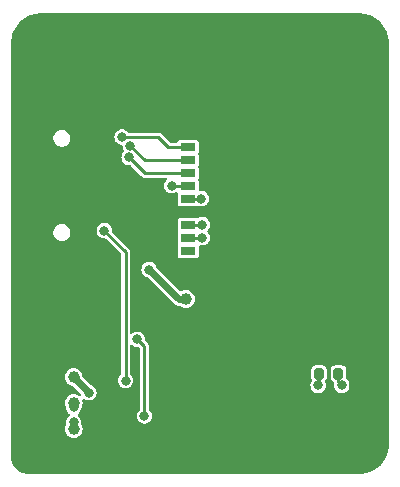
<source format=gbl>
G04 #@! TF.GenerationSoftware,KiCad,Pcbnew,7.0.7-7.0.7~ubuntu20.04.1*
G04 #@! TF.CreationDate,2024-03-24T22:46:20+02:00*
G04 #@! TF.ProjectId,rtl-module-breakout,72746c2d-6d6f-4647-956c-652d62726561,rev?*
G04 #@! TF.SameCoordinates,Original*
G04 #@! TF.FileFunction,Copper,L2,Bot*
G04 #@! TF.FilePolarity,Positive*
%FSLAX46Y46*%
G04 Gerber Fmt 4.6, Leading zero omitted, Abs format (unit mm)*
G04 Created by KiCad (PCBNEW 7.0.7-7.0.7~ubuntu20.04.1) date 2024-03-24 22:46:20*
%MOMM*%
%LPD*%
G01*
G04 APERTURE LIST*
G04 Aperture macros list*
%AMRoundRect*
0 Rectangle with rounded corners*
0 $1 Rounding radius*
0 $2 $3 $4 $5 $6 $7 $8 $9 X,Y pos of 4 corners*
0 Add a 4 corners polygon primitive as box body*
4,1,4,$2,$3,$4,$5,$6,$7,$8,$9,$2,$3,0*
0 Add four circle primitives for the rounded corners*
1,1,$1+$1,$2,$3*
1,1,$1+$1,$4,$5*
1,1,$1+$1,$6,$7*
1,1,$1+$1,$8,$9*
0 Add four rect primitives between the rounded corners*
20,1,$1+$1,$2,$3,$4,$5,0*
20,1,$1+$1,$4,$5,$6,$7,0*
20,1,$1+$1,$6,$7,$8,$9,0*
20,1,$1+$1,$8,$9,$2,$3,0*%
G04 Aperture macros list end*
G04 #@! TA.AperFunction,ComponentPad*
%ADD10C,0.700000*%
G04 #@! TD*
G04 #@! TA.AperFunction,ComponentPad*
%ADD11C,4.400000*%
G04 #@! TD*
G04 #@! TA.AperFunction,SMDPad,CuDef*
%ADD12R,1.300000X0.700000*%
G04 #@! TD*
G04 #@! TA.AperFunction,SMDPad,CuDef*
%ADD13R,2.438400X1.447800*%
G04 #@! TD*
G04 #@! TA.AperFunction,SMDPad,CuDef*
%ADD14R,1.651000X1.447800*%
G04 #@! TD*
G04 #@! TA.AperFunction,SMDPad,CuDef*
%ADD15R,1.651000X1.854200*%
G04 #@! TD*
G04 #@! TA.AperFunction,SMDPad,CuDef*
%ADD16C,1.000000*%
G04 #@! TD*
G04 #@! TA.AperFunction,SMDPad,CuDef*
%ADD17RoundRect,0.200000X-0.200000X-0.275000X0.200000X-0.275000X0.200000X0.275000X-0.200000X0.275000X0*%
G04 #@! TD*
G04 #@! TA.AperFunction,ViaPad*
%ADD18C,0.800000*%
G04 #@! TD*
G04 #@! TA.AperFunction,Conductor*
%ADD19C,0.250000*%
G04 #@! TD*
G04 #@! TA.AperFunction,Conductor*
%ADD20C,0.600000*%
G04 #@! TD*
G04 APERTURE END LIST*
D10*
G04 #@! TO.P,H3,1,1*
G04 #@! TO.N,GND*
X162850000Y-66500000D03*
X163333274Y-65333274D03*
X163333274Y-67666726D03*
X164500000Y-64850000D03*
D11*
X164500000Y-66500000D03*
D10*
X164500000Y-68150000D03*
X165666726Y-65333274D03*
X165666726Y-67666726D03*
X166150000Y-66500000D03*
G04 #@! TD*
G04 #@! TO.P,H1,1,1*
G04 #@! TO.N,GND*
X189850000Y-100500000D03*
X190333274Y-99333274D03*
X190333274Y-101666726D03*
X191500000Y-98850000D03*
D11*
X191500000Y-100500000D03*
D10*
X191500000Y-102150000D03*
X192666726Y-99333274D03*
X192666726Y-101666726D03*
X193150000Y-100500000D03*
G04 #@! TD*
G04 #@! TO.P,H2,1,1*
G04 #@! TO.N,GND*
X189850000Y-66500000D03*
X190333274Y-65333274D03*
X190333274Y-67666726D03*
X191500000Y-64850000D03*
D11*
X191500000Y-66500000D03*
D10*
X191500000Y-68150000D03*
X192666726Y-65333274D03*
X192666726Y-67666726D03*
X193150000Y-66500000D03*
G04 #@! TD*
D12*
G04 #@! TO.P,J2,1,DAT2*
G04 #@! TO.N,/SD_D2*
X177000000Y-75331400D03*
G04 #@! TO.P,J2,2,DAT3/CD*
G04 #@! TO.N,/SD_D3*
X177000000Y-76431400D03*
G04 #@! TO.P,J2,3,CMD*
G04 #@! TO.N,/SD_CMD*
X177000000Y-77531400D03*
G04 #@! TO.P,J2,4,VDD*
G04 #@! TO.N,+3V3*
X177000000Y-78631400D03*
G04 #@! TO.P,J2,5,CLK*
G04 #@! TO.N,/SD_CLK*
X177000000Y-79731400D03*
G04 #@! TO.P,J2,6,VSS*
G04 #@! TO.N,GND*
X177000000Y-80831400D03*
G04 #@! TO.P,J2,7,DAT0*
G04 #@! TO.N,/SD_D0*
X177000000Y-81931400D03*
G04 #@! TO.P,J2,8,DAT1*
G04 #@! TO.N,/SD_D1*
X177000000Y-83031400D03*
G04 #@! TO.P,J2,9,DET*
G04 #@! TO.N,unconnected-(J2-DET-Pad9)*
X177000000Y-84131400D03*
D13*
G04 #@! TO.P,J2,10,SHIELD*
G04 #@! TO.N,GND*
X166526200Y-85549800D03*
D14*
X176226200Y-85549800D03*
D15*
X176226200Y-70500000D03*
D13*
X166526200Y-69725000D03*
G04 #@! TD*
D16*
G04 #@! TO.P,TP2,1,1*
G04 #@! TO.N,+3V3*
X176800000Y-88200000D03*
G04 #@! TD*
G04 #@! TO.P,TP6,1,1*
G04 #@! TO.N,/USB_N*
X167300000Y-99200000D03*
G04 #@! TD*
G04 #@! TO.P,TP7,1,1*
G04 #@! TO.N,/USB_P*
X167300000Y-97000000D03*
G04 #@! TD*
G04 #@! TO.P,TP3,1,1*
G04 #@! TO.N,GND*
X167300000Y-101500000D03*
G04 #@! TD*
D17*
G04 #@! TO.P,R1,1*
G04 #@! TO.N,+3V3*
X188075000Y-94500000D03*
G04 #@! TO.P,R1,2*
G04 #@! TO.N,Net-(U1-PDN)*
X189725000Y-94500000D03*
G04 #@! TD*
D16*
G04 #@! TO.P,TP1,1,1*
G04 #@! TO.N,Net-(D3-A)*
X167300000Y-94800000D03*
G04 #@! TD*
D18*
G04 #@! TO.N,GND*
X182372000Y-86614000D03*
X171400000Y-101200000D03*
X182372000Y-81534000D03*
X189992000Y-81534000D03*
X189992000Y-89154000D03*
X185500000Y-101700000D03*
X183000000Y-99900000D03*
X179832000Y-81534000D03*
X165000000Y-70800000D03*
X187600000Y-68200000D03*
X184912000Y-89154000D03*
X184912000Y-84074000D03*
X162800000Y-97500000D03*
X192532000Y-81534000D03*
X170750000Y-77000000D03*
X165500000Y-80200000D03*
X184912000Y-81534000D03*
X182372000Y-78994000D03*
X166500000Y-91900000D03*
X175300000Y-93400000D03*
X173900000Y-88800000D03*
X179832000Y-84074000D03*
X174700000Y-82100000D03*
X187452000Y-89154000D03*
X182300000Y-68200000D03*
X192532000Y-84074000D03*
X173700000Y-99200000D03*
X167100000Y-69400000D03*
X172000000Y-98200000D03*
X168000000Y-89100000D03*
X182372000Y-89154000D03*
X192532000Y-78994000D03*
X187452000Y-84074000D03*
X166500000Y-90900000D03*
X189992000Y-78994000D03*
X192532000Y-89154000D03*
X187452000Y-86614000D03*
X175250000Y-92000000D03*
X172600000Y-82000000D03*
X167200000Y-85800000D03*
X192532000Y-91694000D03*
X176400000Y-70600000D03*
X182372000Y-91694000D03*
X181800000Y-95200000D03*
X179832000Y-78994000D03*
X165100000Y-99800000D03*
X178800000Y-102500000D03*
X189992000Y-84074000D03*
X179832000Y-89154000D03*
X163000000Y-92600000D03*
X176800000Y-85700000D03*
X169200000Y-85700000D03*
X164100000Y-83900000D03*
X189992000Y-91694000D03*
X189992000Y-86614000D03*
X179832000Y-91694000D03*
X187452000Y-81534000D03*
X184912000Y-86614000D03*
X179200000Y-68100000D03*
X179832000Y-86614000D03*
X182372000Y-84074000D03*
X168900000Y-81000000D03*
X184912000Y-91694000D03*
X178200000Y-80800000D03*
X184912000Y-78994000D03*
X187452000Y-91694000D03*
X187452000Y-78994000D03*
X192532000Y-86614000D03*
X173600000Y-82000000D03*
G04 #@! TO.N,+3V3*
X188000000Y-95500000D03*
X173700000Y-85700000D03*
X175600000Y-78600000D03*
G04 #@! TO.N,Net-(U3-SW)*
X172700000Y-91600000D03*
X173300000Y-98100000D03*
G04 #@! TO.N,Net-(D3-A)*
X168600000Y-96125000D03*
G04 #@! TO.N,/SD_CLK*
X178100000Y-79700000D03*
G04 #@! TO.N,/SD_D0*
X178200000Y-81900000D03*
G04 #@! TO.N,/SD_D1*
X178200000Y-83000000D03*
G04 #@! TO.N,/SD_D2*
X171400000Y-74474500D03*
G04 #@! TO.N,/SD_D3*
X172100000Y-75200000D03*
G04 #@! TO.N,/SD_CMD*
X172000000Y-76200000D03*
G04 #@! TO.N,/USB_N*
X167300000Y-98625000D03*
G04 #@! TO.N,/USB_P*
X167300000Y-97375000D03*
G04 #@! TO.N,Net-(U1-PDN)*
X190000000Y-95500000D03*
G04 #@! TO.N,Net-(U3-FB)*
X171700000Y-95100000D03*
X169900000Y-82400000D03*
G04 #@! TD*
D19*
G04 #@! TO.N,GND*
X178168600Y-80831400D02*
X178200000Y-80800000D01*
X177000000Y-80831400D02*
X178168600Y-80831400D01*
G04 #@! TO.N,+3V3*
X175600000Y-78600000D02*
X176968600Y-78600000D01*
X188075000Y-94500000D02*
X188075000Y-95425000D01*
X188075000Y-95425000D02*
X188000000Y-95500000D01*
D20*
X176800000Y-88200000D02*
X176200000Y-88200000D01*
D19*
X176968600Y-78600000D02*
X177000000Y-78631400D01*
D20*
X176200000Y-88200000D02*
X173700000Y-85700000D01*
D19*
G04 #@! TO.N,Net-(U3-SW)*
X173300000Y-92200000D02*
X172700000Y-91600000D01*
X173300000Y-98100000D02*
X173300000Y-92200000D01*
D20*
G04 #@! TO.N,Net-(D3-A)*
X167300000Y-94800000D02*
X167300000Y-94825000D01*
X167300000Y-94825000D02*
X168600000Y-96125000D01*
D19*
G04 #@! TO.N,/SD_CLK*
X177031400Y-79700000D02*
X177000000Y-79731400D01*
X178100000Y-79700000D02*
X177031400Y-79700000D01*
G04 #@! TO.N,/SD_D0*
X178200000Y-81900000D02*
X177031400Y-81900000D01*
X177031400Y-81900000D02*
X177000000Y-81931400D01*
G04 #@! TO.N,/SD_D1*
X178200000Y-83000000D02*
X177031400Y-83000000D01*
X177031400Y-83000000D02*
X177000000Y-83031400D01*
G04 #@! TO.N,/SD_D2*
X175331400Y-75331400D02*
X177000000Y-75331400D01*
X174474500Y-74474500D02*
X175331400Y-75331400D01*
X171400000Y-74474500D02*
X174474500Y-74474500D01*
G04 #@! TO.N,/SD_D3*
X172100000Y-75200000D02*
X173331400Y-76431400D01*
X173331400Y-76431400D02*
X177000000Y-76431400D01*
G04 #@! TO.N,/SD_CMD*
X173331400Y-77531400D02*
X177000000Y-77531400D01*
X172000000Y-76200000D02*
X173331400Y-77531400D01*
G04 #@! TO.N,Net-(U1-PDN)*
X189725000Y-95225000D02*
X190000000Y-95500000D01*
X189725000Y-94500000D02*
X189725000Y-95225000D01*
G04 #@! TO.N,Net-(U3-FB)*
X169900000Y-82400000D02*
X171700000Y-84200000D01*
X171700000Y-84200000D02*
X171700000Y-95100000D01*
G04 #@! TD*
G04 #@! TA.AperFunction,Conductor*
G04 #@! TO.N,GND*
G36*
X191501867Y-64000613D02*
G01*
X191518189Y-64001600D01*
X191598917Y-64006483D01*
X191806399Y-64020082D01*
X191813502Y-64020963D01*
X191949227Y-64045836D01*
X192115664Y-64078942D01*
X192121961Y-64080544D01*
X192252376Y-64121183D01*
X192261157Y-64123920D01*
X192415039Y-64176155D01*
X192420539Y-64178321D01*
X192556505Y-64239514D01*
X192699853Y-64310206D01*
X192704493Y-64312747D01*
X192832387Y-64390062D01*
X192834758Y-64391570D01*
X192965590Y-64478990D01*
X192969382Y-64481736D01*
X193087552Y-64574316D01*
X193090196Y-64576508D01*
X193208075Y-64679885D01*
X193211037Y-64682659D01*
X193317339Y-64788961D01*
X193320113Y-64791923D01*
X193423490Y-64909802D01*
X193425682Y-64912446D01*
X193518262Y-65030616D01*
X193521008Y-65034408D01*
X193608428Y-65165240D01*
X193609936Y-65167611D01*
X193687251Y-65295505D01*
X193689799Y-65300160D01*
X193760491Y-65443507D01*
X193821675Y-65579454D01*
X193823848Y-65584973D01*
X193876079Y-65738842D01*
X193919446Y-65878008D01*
X193921063Y-65884362D01*
X193954167Y-66050791D01*
X193979033Y-66186486D01*
X193979917Y-66193612D01*
X193993517Y-66401100D01*
X193999387Y-66498134D01*
X193999500Y-66501879D01*
X193999500Y-100498120D01*
X193999387Y-100501865D01*
X193993517Y-100598899D01*
X193979917Y-100806386D01*
X193979033Y-100813512D01*
X193954167Y-100949208D01*
X193921063Y-101115636D01*
X193919446Y-101121990D01*
X193876079Y-101261157D01*
X193823848Y-101415025D01*
X193821675Y-101420544D01*
X193760491Y-101556492D01*
X193689799Y-101699838D01*
X193687251Y-101704493D01*
X193609936Y-101832387D01*
X193608428Y-101834758D01*
X193521008Y-101965590D01*
X193518262Y-101969382D01*
X193425682Y-102087552D01*
X193423490Y-102090196D01*
X193320113Y-102208075D01*
X193317339Y-102211037D01*
X193211037Y-102317339D01*
X193208075Y-102320113D01*
X193090196Y-102423490D01*
X193087552Y-102425682D01*
X192969382Y-102518262D01*
X192965590Y-102521008D01*
X192834758Y-102608428D01*
X192832387Y-102609936D01*
X192704493Y-102687251D01*
X192699838Y-102689799D01*
X192556492Y-102760491D01*
X192420544Y-102821675D01*
X192415025Y-102823848D01*
X192261157Y-102876079D01*
X192121990Y-102919446D01*
X192115636Y-102921063D01*
X191949208Y-102954167D01*
X191813512Y-102979033D01*
X191806386Y-102979917D01*
X191598899Y-102993517D01*
X191501866Y-102999387D01*
X191498121Y-102999500D01*
X163502214Y-102999500D01*
X163497791Y-102999342D01*
X163469525Y-102997320D01*
X163430331Y-102994517D01*
X163283366Y-102982950D01*
X163275043Y-102981723D01*
X163180244Y-102961101D01*
X163063781Y-102933140D01*
X163056582Y-102930942D01*
X162960260Y-102895016D01*
X162854141Y-102851059D01*
X162848151Y-102848193D01*
X162757076Y-102798463D01*
X162754393Y-102796910D01*
X162694963Y-102760491D01*
X162659106Y-102738517D01*
X162654349Y-102735289D01*
X162630228Y-102717232D01*
X162570567Y-102672570D01*
X162567471Y-102670094D01*
X162483061Y-102598001D01*
X162479485Y-102594695D01*
X162405303Y-102520513D01*
X162401997Y-102516937D01*
X162373339Y-102483383D01*
X162329898Y-102432520D01*
X162327435Y-102429440D01*
X162264705Y-102345643D01*
X162261488Y-102340903D01*
X162203073Y-102245580D01*
X162201535Y-102242922D01*
X162182507Y-102208075D01*
X162151805Y-102151847D01*
X162148939Y-102145856D01*
X162137368Y-102117922D01*
X162104983Y-102039737D01*
X162069051Y-101943401D01*
X162066860Y-101936225D01*
X162038899Y-101819760D01*
X162018274Y-101724947D01*
X162017049Y-101716644D01*
X162005489Y-101569755D01*
X162000657Y-101502207D01*
X162000500Y-101497787D01*
X162000500Y-99200002D01*
X166544751Y-99200002D01*
X166563685Y-99368056D01*
X166619545Y-99527694D01*
X166619547Y-99527697D01*
X166709518Y-99670884D01*
X166709523Y-99670890D01*
X166829109Y-99790476D01*
X166829115Y-99790481D01*
X166972302Y-99880452D01*
X166972305Y-99880454D01*
X166972309Y-99880455D01*
X166972310Y-99880456D01*
X167044913Y-99905860D01*
X167131943Y-99936314D01*
X167299997Y-99955249D01*
X167300000Y-99955249D01*
X167300003Y-99955249D01*
X167468056Y-99936314D01*
X167468059Y-99936313D01*
X167627690Y-99880456D01*
X167627692Y-99880454D01*
X167627694Y-99880454D01*
X167627697Y-99880452D01*
X167770884Y-99790481D01*
X167770885Y-99790480D01*
X167770890Y-99790477D01*
X167890477Y-99670890D01*
X167980452Y-99527697D01*
X167980454Y-99527694D01*
X167980454Y-99527692D01*
X167980456Y-99527690D01*
X168036313Y-99368059D01*
X168036313Y-99368058D01*
X168036314Y-99368056D01*
X168055249Y-99200002D01*
X168055249Y-99199997D01*
X168036313Y-99031942D01*
X167980457Y-98872312D01*
X167980456Y-98872310D01*
X167957593Y-98835924D01*
X167938593Y-98768691D01*
X167939489Y-98755033D01*
X167955278Y-98625000D01*
X167936237Y-98468182D01*
X167880220Y-98320477D01*
X167790483Y-98190470D01*
X167790482Y-98190468D01*
X167680253Y-98092816D01*
X167643126Y-98033627D01*
X167643892Y-97963761D01*
X167680253Y-97907184D01*
X167790482Y-97809531D01*
X167790483Y-97809530D01*
X167880220Y-97679523D01*
X167936237Y-97531818D01*
X167953024Y-97393559D01*
X167971126Y-97342537D01*
X167980456Y-97327690D01*
X168013970Y-97231911D01*
X168036313Y-97168061D01*
X168036313Y-97168059D01*
X168055249Y-97000002D01*
X168055249Y-96999997D01*
X168036313Y-96831942D01*
X168022642Y-96792870D01*
X168019081Y-96723091D01*
X168053810Y-96662464D01*
X168115803Y-96630237D01*
X168185379Y-96636643D01*
X168221910Y-96659100D01*
X168225707Y-96662464D01*
X168227762Y-96664285D01*
X168367634Y-96737696D01*
X168521014Y-96775500D01*
X168521015Y-96775500D01*
X168678985Y-96775500D01*
X168832365Y-96737696D01*
X168860192Y-96723091D01*
X168972240Y-96664283D01*
X169090483Y-96559530D01*
X169180220Y-96429523D01*
X169236237Y-96281818D01*
X169255278Y-96125000D01*
X169236237Y-95968182D01*
X169180220Y-95820477D01*
X169090483Y-95690470D01*
X168972240Y-95585717D01*
X168972238Y-95585716D01*
X168972237Y-95585715D01*
X168832367Y-95512304D01*
X168777626Y-95498812D01*
X168719621Y-95466096D01*
X168086149Y-94832624D01*
X168052664Y-94771301D01*
X168050610Y-94758826D01*
X168036314Y-94631944D01*
X167980454Y-94472305D01*
X167980452Y-94472302D01*
X167890481Y-94329115D01*
X167890476Y-94329109D01*
X167770890Y-94209523D01*
X167770884Y-94209518D01*
X167627697Y-94119547D01*
X167627694Y-94119545D01*
X167468056Y-94063685D01*
X167300003Y-94044751D01*
X167299997Y-94044751D01*
X167131943Y-94063685D01*
X166972305Y-94119545D01*
X166972302Y-94119547D01*
X166829115Y-94209518D01*
X166829109Y-94209523D01*
X166709523Y-94329109D01*
X166709518Y-94329115D01*
X166619547Y-94472302D01*
X166619545Y-94472305D01*
X166563685Y-94631943D01*
X166544751Y-94799997D01*
X166544751Y-94800002D01*
X166563685Y-94968056D01*
X166619545Y-95127694D01*
X166619547Y-95127697D01*
X166709518Y-95270884D01*
X166709523Y-95270890D01*
X166829109Y-95390476D01*
X166829115Y-95390481D01*
X166972302Y-95480452D01*
X166972308Y-95480455D01*
X166972310Y-95480456D01*
X167131941Y-95536313D01*
X167202478Y-95544260D01*
X167266889Y-95571325D01*
X167276274Y-95579799D01*
X167894354Y-96197879D01*
X167927839Y-96259202D01*
X167922855Y-96328894D01*
X167880983Y-96384827D01*
X167815519Y-96409244D01*
X167747246Y-96394392D01*
X167740701Y-96390553D01*
X167627697Y-96319547D01*
X167627694Y-96319545D01*
X167468056Y-96263685D01*
X167300003Y-96244751D01*
X167299997Y-96244751D01*
X167131943Y-96263685D01*
X166972305Y-96319545D01*
X166972302Y-96319547D01*
X166829115Y-96409518D01*
X166829109Y-96409523D01*
X166709523Y-96529109D01*
X166709518Y-96529115D01*
X166619547Y-96672302D01*
X166619545Y-96672305D01*
X166563685Y-96831943D01*
X166544751Y-96999997D01*
X166544751Y-97000002D01*
X166563685Y-97168056D01*
X166619544Y-97327691D01*
X166628874Y-97342539D01*
X166646975Y-97393563D01*
X166663763Y-97531819D01*
X166719780Y-97679523D01*
X166719781Y-97679524D01*
X166809516Y-97809529D01*
X166919747Y-97907184D01*
X166956874Y-97966374D01*
X166956106Y-98036239D01*
X166919747Y-98092816D01*
X166809516Y-98190470D01*
X166719781Y-98320475D01*
X166719780Y-98320476D01*
X166663762Y-98468181D01*
X166644722Y-98624999D01*
X166644721Y-98625000D01*
X166660507Y-98755008D01*
X166649046Y-98823931D01*
X166642406Y-98835924D01*
X166619544Y-98872308D01*
X166563685Y-99031943D01*
X166544751Y-99199997D01*
X166544751Y-99200002D01*
X162000500Y-99200002D01*
X162000500Y-82650055D01*
X165595101Y-82650055D01*
X165635809Y-82815221D01*
X165635810Y-82815224D01*
X165635811Y-82815225D01*
X165714866Y-82965851D01*
X165827671Y-83093182D01*
X165967671Y-83189817D01*
X166054449Y-83222727D01*
X166126724Y-83250138D01*
X166126726Y-83250138D01*
X166126728Y-83250139D01*
X166168894Y-83255259D01*
X166253226Y-83265499D01*
X166253228Y-83265499D01*
X166337974Y-83265499D01*
X166401222Y-83257819D01*
X166464472Y-83250139D01*
X166623529Y-83189817D01*
X166763529Y-83093182D01*
X166876334Y-82965851D01*
X166955389Y-82815225D01*
X166996099Y-82650056D01*
X166996099Y-82479944D01*
X166976395Y-82400000D01*
X169244722Y-82400000D01*
X169263762Y-82556818D01*
X169316349Y-82695476D01*
X169319780Y-82704523D01*
X169409517Y-82834530D01*
X169527760Y-82939283D01*
X169527762Y-82939284D01*
X169667634Y-83012696D01*
X169821014Y-83050500D01*
X169968101Y-83050500D01*
X170035140Y-83070185D01*
X170055782Y-83086819D01*
X171288181Y-84319218D01*
X171321666Y-84380541D01*
X171324500Y-84406899D01*
X171324500Y-94507796D01*
X171304815Y-94574835D01*
X171282727Y-94600611D01*
X171209518Y-94665468D01*
X171119781Y-94795475D01*
X171119780Y-94795476D01*
X171063762Y-94943181D01*
X171044722Y-95099999D01*
X171044722Y-95100000D01*
X171063762Y-95256818D01*
X171119779Y-95404523D01*
X171119780Y-95404523D01*
X171209517Y-95534530D01*
X171327760Y-95639283D01*
X171327762Y-95639284D01*
X171467634Y-95712696D01*
X171621014Y-95750500D01*
X171621015Y-95750500D01*
X171778985Y-95750500D01*
X171932365Y-95712696D01*
X171932365Y-95712695D01*
X172072240Y-95639283D01*
X172190483Y-95534530D01*
X172280220Y-95404523D01*
X172336237Y-95256818D01*
X172355278Y-95100000D01*
X172351086Y-95065471D01*
X172336237Y-94943181D01*
X172306572Y-94864962D01*
X172280220Y-94795477D01*
X172190483Y-94665470D01*
X172152640Y-94631944D01*
X172117273Y-94600611D01*
X172080146Y-94541422D01*
X172075500Y-94507796D01*
X172075500Y-92191317D01*
X172095185Y-92124278D01*
X172147989Y-92078523D01*
X172217147Y-92068579D01*
X172280703Y-92097604D01*
X172281649Y-92098433D01*
X172310823Y-92124278D01*
X172327762Y-92139285D01*
X172467634Y-92212696D01*
X172621014Y-92250500D01*
X172768100Y-92250500D01*
X172835139Y-92270185D01*
X172855780Y-92286817D01*
X172888180Y-92319216D01*
X172921666Y-92380539D01*
X172924500Y-92406899D01*
X172924500Y-97507796D01*
X172904815Y-97574835D01*
X172882727Y-97600611D01*
X172809518Y-97665468D01*
X172719781Y-97795475D01*
X172719780Y-97795476D01*
X172663762Y-97943181D01*
X172644722Y-98099999D01*
X172644722Y-98100000D01*
X172663762Y-98256818D01*
X172719779Y-98404522D01*
X172719780Y-98404523D01*
X172809517Y-98534530D01*
X172927760Y-98639283D01*
X172927762Y-98639284D01*
X173067634Y-98712696D01*
X173221014Y-98750500D01*
X173221015Y-98750500D01*
X173378985Y-98750500D01*
X173532365Y-98712696D01*
X173532365Y-98712695D01*
X173672240Y-98639283D01*
X173790483Y-98534530D01*
X173880220Y-98404523D01*
X173936237Y-98256818D01*
X173955278Y-98100000D01*
X173936237Y-97943182D01*
X173880220Y-97795477D01*
X173790483Y-97665470D01*
X173790481Y-97665468D01*
X173717273Y-97600611D01*
X173680146Y-97541422D01*
X173675500Y-97507796D01*
X173675500Y-95500000D01*
X187344722Y-95500000D01*
X187363762Y-95656818D01*
X187419779Y-95804522D01*
X187419780Y-95804523D01*
X187509517Y-95934530D01*
X187627760Y-96039283D01*
X187627762Y-96039284D01*
X187767634Y-96112696D01*
X187921014Y-96150500D01*
X187921015Y-96150500D01*
X188078985Y-96150500D01*
X188232365Y-96112696D01*
X188232364Y-96112696D01*
X188372240Y-96039283D01*
X188490483Y-95934530D01*
X188580220Y-95804523D01*
X188636237Y-95656818D01*
X188655278Y-95500000D01*
X188652904Y-95480452D01*
X188636237Y-95343182D01*
X188632613Y-95333626D01*
X188585305Y-95208886D01*
X188579939Y-95139228D01*
X188601477Y-95091286D01*
X188677793Y-94987882D01*
X188700219Y-94923790D01*
X188722646Y-94859701D01*
X188722646Y-94859699D01*
X188725500Y-94829269D01*
X189074500Y-94829269D01*
X189077353Y-94859699D01*
X189077353Y-94859701D01*
X189122206Y-94987880D01*
X189122207Y-94987882D01*
X189202850Y-95097150D01*
X189259864Y-95139228D01*
X189299728Y-95168649D01*
X189341978Y-95224297D01*
X189348078Y-95251154D01*
X189348656Y-95251058D01*
X189353342Y-95279141D01*
X189360673Y-95337949D01*
X189360721Y-95368234D01*
X189344722Y-95499999D01*
X189344722Y-95500000D01*
X189363762Y-95656818D01*
X189419780Y-95804522D01*
X189419780Y-95804523D01*
X189509517Y-95934530D01*
X189627760Y-96039283D01*
X189627762Y-96039284D01*
X189767634Y-96112696D01*
X189921014Y-96150500D01*
X189921015Y-96150500D01*
X190078985Y-96150500D01*
X190232365Y-96112696D01*
X190232364Y-96112696D01*
X190372240Y-96039283D01*
X190490483Y-95934530D01*
X190580220Y-95804523D01*
X190636237Y-95656818D01*
X190655278Y-95500000D01*
X190652905Y-95480452D01*
X190636237Y-95343181D01*
X190614992Y-95287163D01*
X190580220Y-95195477D01*
X190490483Y-95065470D01*
X190407873Y-94992285D01*
X190370747Y-94933096D01*
X190371471Y-94867163D01*
X190371036Y-94867068D01*
X190371495Y-94864962D01*
X190371515Y-94863231D01*
X190372593Y-94859939D01*
X190372647Y-94859693D01*
X190375500Y-94829269D01*
X190375500Y-94170730D01*
X190372646Y-94140300D01*
X190372646Y-94140298D01*
X190327793Y-94012119D01*
X190327792Y-94012117D01*
X190247150Y-93902850D01*
X190137882Y-93822207D01*
X190137880Y-93822206D01*
X190009700Y-93777353D01*
X189979270Y-93774500D01*
X189979266Y-93774500D01*
X189470734Y-93774500D01*
X189470730Y-93774500D01*
X189440300Y-93777353D01*
X189440298Y-93777353D01*
X189312119Y-93822206D01*
X189312117Y-93822207D01*
X189202850Y-93902850D01*
X189122207Y-94012117D01*
X189122206Y-94012119D01*
X189077353Y-94140298D01*
X189077353Y-94140300D01*
X189074500Y-94170730D01*
X189074500Y-94829269D01*
X188725500Y-94829269D01*
X188725500Y-94170730D01*
X188722646Y-94140300D01*
X188722646Y-94140298D01*
X188677793Y-94012119D01*
X188677792Y-94012117D01*
X188597150Y-93902850D01*
X188487882Y-93822207D01*
X188487880Y-93822206D01*
X188359700Y-93777353D01*
X188329270Y-93774500D01*
X188329266Y-93774500D01*
X187820734Y-93774500D01*
X187820730Y-93774500D01*
X187790300Y-93777353D01*
X187790298Y-93777353D01*
X187662119Y-93822206D01*
X187662117Y-93822207D01*
X187552850Y-93902850D01*
X187472207Y-94012117D01*
X187472206Y-94012119D01*
X187427353Y-94140298D01*
X187427353Y-94140300D01*
X187424500Y-94170730D01*
X187424500Y-94829269D01*
X187427353Y-94859696D01*
X187472208Y-94987885D01*
X187476470Y-94995949D01*
X187490391Y-95064418D01*
X187468890Y-95124328D01*
X187419780Y-95195476D01*
X187363762Y-95343181D01*
X187344722Y-95499999D01*
X187344722Y-95500000D01*
X173675500Y-95500000D01*
X173675500Y-92251804D01*
X173678139Y-92226359D01*
X173678785Y-92223275D01*
X173680367Y-92215732D01*
X173677324Y-92191317D01*
X173675977Y-92180506D01*
X173675500Y-92172830D01*
X173675500Y-92168889D01*
X173675498Y-92168876D01*
X173671657Y-92145859D01*
X173665754Y-92098501D01*
X173664866Y-92091374D01*
X173664864Y-92091370D01*
X173662622Y-92083840D01*
X173660065Y-92076392D01*
X173660065Y-92076390D01*
X173633944Y-92028122D01*
X173609826Y-91978789D01*
X173609824Y-91978787D01*
X173609824Y-91978786D01*
X173605276Y-91972416D01*
X173600420Y-91966176D01*
X173600419Y-91966174D01*
X173560029Y-91928992D01*
X173384516Y-91753479D01*
X173351032Y-91692157D01*
X173349102Y-91650857D01*
X173355278Y-91600000D01*
X173336237Y-91443182D01*
X173280220Y-91295477D01*
X173190483Y-91165470D01*
X173072240Y-91060717D01*
X173072238Y-91060716D01*
X173072237Y-91060715D01*
X172932365Y-90987303D01*
X172778986Y-90949500D01*
X172778985Y-90949500D01*
X172621015Y-90949500D01*
X172621014Y-90949500D01*
X172467634Y-90987303D01*
X172327761Y-91060715D01*
X172327759Y-91060717D01*
X172281726Y-91101498D01*
X172218493Y-91131219D01*
X172149229Y-91122035D01*
X172095926Y-91076862D01*
X172075507Y-91010042D01*
X172075500Y-91008682D01*
X172075500Y-85700000D01*
X173044722Y-85700000D01*
X173063762Y-85856818D01*
X173119779Y-86004523D01*
X173119780Y-86004523D01*
X173209517Y-86134530D01*
X173327760Y-86239283D01*
X173467635Y-86312696D01*
X173522369Y-86326186D01*
X173580377Y-86358902D01*
X175804093Y-88582618D01*
X175849320Y-88631044D01*
X175887144Y-88654045D01*
X175892374Y-88657604D01*
X175927658Y-88684361D01*
X175935930Y-88687623D01*
X175944353Y-88690945D01*
X175963290Y-88700351D01*
X175978618Y-88709672D01*
X176021247Y-88721616D01*
X176027263Y-88723639D01*
X176068436Y-88739876D01*
X176086287Y-88741711D01*
X176107052Y-88745657D01*
X176124335Y-88750500D01*
X176168594Y-88750500D01*
X176174935Y-88750824D01*
X176218972Y-88755352D01*
X176219632Y-88755238D01*
X176220240Y-88755308D01*
X176227450Y-88755062D01*
X176227486Y-88756143D01*
X176289042Y-88763243D01*
X176323440Y-88786420D01*
X176323667Y-88786136D01*
X176327202Y-88788955D01*
X176328386Y-88789753D01*
X176329109Y-88790476D01*
X176329115Y-88790481D01*
X176472302Y-88880452D01*
X176472305Y-88880454D01*
X176472309Y-88880455D01*
X176472310Y-88880456D01*
X176544913Y-88905860D01*
X176631943Y-88936314D01*
X176799997Y-88955249D01*
X176800000Y-88955249D01*
X176800003Y-88955249D01*
X176968056Y-88936314D01*
X176968059Y-88936313D01*
X177127690Y-88880456D01*
X177127692Y-88880454D01*
X177127694Y-88880454D01*
X177127697Y-88880452D01*
X177270884Y-88790481D01*
X177270885Y-88790480D01*
X177270890Y-88790477D01*
X177390477Y-88670890D01*
X177400027Y-88655692D01*
X177480452Y-88527697D01*
X177480454Y-88527694D01*
X177480454Y-88527692D01*
X177480456Y-88527690D01*
X177536313Y-88368059D01*
X177536313Y-88368058D01*
X177536314Y-88368056D01*
X177555249Y-88200002D01*
X177555249Y-88199997D01*
X177536314Y-88031943D01*
X177480454Y-87872305D01*
X177480452Y-87872302D01*
X177390481Y-87729115D01*
X177390476Y-87729109D01*
X177270890Y-87609523D01*
X177270884Y-87609518D01*
X177127697Y-87519547D01*
X177127694Y-87519545D01*
X176968056Y-87463685D01*
X176800003Y-87444751D01*
X176799997Y-87444751D01*
X176631943Y-87463685D01*
X176472307Y-87519545D01*
X176449034Y-87534169D01*
X176381797Y-87553169D01*
X176314962Y-87532801D01*
X176295381Y-87516856D01*
X174363937Y-85585412D01*
X174335676Y-85541702D01*
X174318067Y-85495274D01*
X174280220Y-85395477D01*
X174190483Y-85265470D01*
X174072240Y-85160717D01*
X174072238Y-85160716D01*
X174072237Y-85160715D01*
X173932365Y-85087303D01*
X173778986Y-85049500D01*
X173778985Y-85049500D01*
X173621015Y-85049500D01*
X173621014Y-85049500D01*
X173467634Y-85087303D01*
X173327762Y-85160715D01*
X173209516Y-85265471D01*
X173119781Y-85395475D01*
X173119780Y-85395476D01*
X173063762Y-85543181D01*
X173044722Y-85699999D01*
X173044722Y-85700000D01*
X172075500Y-85700000D01*
X172075500Y-84506078D01*
X176099500Y-84506078D01*
X176114032Y-84579135D01*
X176114033Y-84579139D01*
X176114034Y-84579140D01*
X176169399Y-84662001D01*
X176252260Y-84717366D01*
X176252264Y-84717367D01*
X176325321Y-84731899D01*
X176325324Y-84731900D01*
X176325326Y-84731900D01*
X177674676Y-84731900D01*
X177674677Y-84731899D01*
X177747740Y-84717366D01*
X177830601Y-84662001D01*
X177885966Y-84579140D01*
X177900500Y-84506074D01*
X177900500Y-83756726D01*
X177900500Y-83756725D01*
X177900500Y-83754422D01*
X177920185Y-83687383D01*
X177972989Y-83641628D01*
X178042147Y-83631684D01*
X178054156Y-83634021D01*
X178121015Y-83650500D01*
X178121017Y-83650500D01*
X178278985Y-83650500D01*
X178432365Y-83612696D01*
X178432364Y-83612695D01*
X178572240Y-83539283D01*
X178690483Y-83434530D01*
X178780220Y-83304523D01*
X178836237Y-83156818D01*
X178855278Y-83000000D01*
X178851132Y-82965850D01*
X178836237Y-82843181D01*
X178783651Y-82704524D01*
X178780220Y-82695477D01*
X178690483Y-82565470D01*
X178664910Y-82542814D01*
X178627785Y-82483627D01*
X178628552Y-82413761D01*
X178664910Y-82357185D01*
X178690483Y-82334530D01*
X178780220Y-82204523D01*
X178836237Y-82056818D01*
X178855278Y-81900000D01*
X178836237Y-81743182D01*
X178780220Y-81595477D01*
X178690483Y-81465470D01*
X178572240Y-81360717D01*
X178572238Y-81360716D01*
X178572237Y-81360715D01*
X178432365Y-81287303D01*
X178278986Y-81249500D01*
X178278985Y-81249500D01*
X178121015Y-81249500D01*
X178121014Y-81249500D01*
X177967637Y-81287303D01*
X177860161Y-81343711D01*
X177791652Y-81357436D01*
X177755083Y-81348475D01*
X177747740Y-81345433D01*
X177674676Y-81330900D01*
X177674674Y-81330900D01*
X176325326Y-81330900D01*
X176325323Y-81330900D01*
X176252264Y-81345432D01*
X176252260Y-81345433D01*
X176169399Y-81400799D01*
X176114033Y-81483660D01*
X176114032Y-81483664D01*
X176099500Y-81556721D01*
X176099500Y-82306078D01*
X176114032Y-82379135D01*
X176114034Y-82379140D01*
X176136330Y-82412509D01*
X176157208Y-82479185D01*
X176138724Y-82546566D01*
X176136331Y-82550288D01*
X176114035Y-82583657D01*
X176114032Y-82583664D01*
X176099500Y-82656721D01*
X176099500Y-83406078D01*
X176114032Y-83479135D01*
X176114033Y-83479139D01*
X176136331Y-83512510D01*
X176157208Y-83579188D01*
X176138723Y-83646568D01*
X176136337Y-83650279D01*
X176131708Y-83657207D01*
X176114033Y-83683660D01*
X176114032Y-83683664D01*
X176099500Y-83756721D01*
X176099500Y-84506078D01*
X172075500Y-84506078D01*
X172075500Y-84251803D01*
X172078139Y-84226358D01*
X172078785Y-84223274D01*
X172080367Y-84215731D01*
X172078287Y-84199051D01*
X172075977Y-84180508D01*
X172075500Y-84172832D01*
X172075500Y-84168889D01*
X172075499Y-84168883D01*
X172071655Y-84145846D01*
X172064865Y-84091373D01*
X172062617Y-84083827D01*
X172060065Y-84076390D01*
X172033942Y-84028119D01*
X172033941Y-84028118D01*
X172009826Y-83978788D01*
X172009823Y-83978785D01*
X172009823Y-83978784D01*
X172005267Y-83972402D01*
X172000423Y-83966178D01*
X172000419Y-83966174D01*
X171960041Y-83929003D01*
X170584518Y-82553480D01*
X170551033Y-82492157D01*
X170549103Y-82450852D01*
X170555278Y-82400000D01*
X170536237Y-82243182D01*
X170480220Y-82095477D01*
X170390483Y-81965470D01*
X170272240Y-81860717D01*
X170272238Y-81860716D01*
X170272237Y-81860715D01*
X170132365Y-81787303D01*
X169978986Y-81749500D01*
X169978985Y-81749500D01*
X169821015Y-81749500D01*
X169821014Y-81749500D01*
X169667634Y-81787303D01*
X169527762Y-81860715D01*
X169409516Y-81965471D01*
X169319781Y-82095475D01*
X169319780Y-82095476D01*
X169263762Y-82243181D01*
X169244722Y-82399999D01*
X169244722Y-82400000D01*
X166976395Y-82400000D01*
X166976395Y-82399999D01*
X166955390Y-82314778D01*
X166955389Y-82314777D01*
X166955389Y-82314775D01*
X166876334Y-82164149D01*
X166763529Y-82036818D01*
X166623529Y-81940183D01*
X166623529Y-81940182D01*
X166464475Y-81879861D01*
X166464470Y-81879860D01*
X166337974Y-81864501D01*
X166337972Y-81864501D01*
X166253228Y-81864501D01*
X166253226Y-81864501D01*
X166126729Y-81879860D01*
X166126724Y-81879861D01*
X165967670Y-81940183D01*
X165967669Y-81940184D01*
X165827671Y-82036817D01*
X165714866Y-82164149D01*
X165635809Y-82314778D01*
X165595101Y-82479944D01*
X165595101Y-82650055D01*
X162000500Y-82650055D01*
X162000500Y-74674455D01*
X165595101Y-74674455D01*
X165635809Y-74839621D01*
X165635810Y-74839624D01*
X165635811Y-74839625D01*
X165714866Y-74990251D01*
X165827671Y-75117582D01*
X165967671Y-75214217D01*
X166054449Y-75247127D01*
X166126724Y-75274538D01*
X166126726Y-75274538D01*
X166126728Y-75274539D01*
X166168894Y-75279659D01*
X166253226Y-75289899D01*
X166253228Y-75289899D01*
X166337974Y-75289899D01*
X166401222Y-75282219D01*
X166464472Y-75274539D01*
X166623529Y-75214217D01*
X166763529Y-75117582D01*
X166876334Y-74990251D01*
X166955389Y-74839625D01*
X166996099Y-74674456D01*
X166996099Y-74504344D01*
X166988743Y-74474500D01*
X170744722Y-74474500D01*
X170763762Y-74631318D01*
X170807041Y-74745433D01*
X170819780Y-74779023D01*
X170909517Y-74909030D01*
X171027760Y-75013783D01*
X171027762Y-75013784D01*
X171167634Y-75087196D01*
X171321014Y-75125000D01*
X171321015Y-75125000D01*
X171325761Y-75125000D01*
X171392800Y-75144685D01*
X171438555Y-75197489D01*
X171448856Y-75234053D01*
X171453773Y-75274539D01*
X171463763Y-75356818D01*
X171519780Y-75504523D01*
X171519781Y-75504524D01*
X171565251Y-75570400D01*
X171587134Y-75636755D01*
X171569668Y-75704407D01*
X171545428Y-75733655D01*
X171509518Y-75765468D01*
X171419781Y-75895475D01*
X171419780Y-75895476D01*
X171363762Y-76043181D01*
X171344722Y-76199999D01*
X171344722Y-76200000D01*
X171363762Y-76356818D01*
X171419780Y-76504523D01*
X171509517Y-76634530D01*
X171627760Y-76739283D01*
X171627762Y-76739284D01*
X171767634Y-76812696D01*
X171921014Y-76850500D01*
X172068100Y-76850500D01*
X172135139Y-76870185D01*
X172155781Y-76886819D01*
X173029250Y-77760288D01*
X173045375Y-77780144D01*
X173051313Y-77789232D01*
X173051316Y-77789236D01*
X173079325Y-77811036D01*
X173085087Y-77816125D01*
X173087882Y-77818920D01*
X173106895Y-77832494D01*
X173150211Y-77866209D01*
X173150218Y-77866211D01*
X173157120Y-77869947D01*
X173164196Y-77873406D01*
X173164201Y-77873410D01*
X173216802Y-77889070D01*
X173216803Y-77889070D01*
X173268738Y-77906900D01*
X173276472Y-77908190D01*
X173284310Y-77909167D01*
X173284312Y-77909168D01*
X173284313Y-77909167D01*
X173284314Y-77909168D01*
X173339156Y-77906900D01*
X175074422Y-77906900D01*
X175141461Y-77926585D01*
X175187216Y-77979389D01*
X175197160Y-78048547D01*
X175168135Y-78112103D01*
X175156648Y-78123716D01*
X175109517Y-78165468D01*
X175019781Y-78295475D01*
X175019780Y-78295476D01*
X174963762Y-78443181D01*
X174944722Y-78599999D01*
X174944722Y-78600000D01*
X174963762Y-78756818D01*
X175019780Y-78904522D01*
X175019780Y-78904523D01*
X175109517Y-79034530D01*
X175227760Y-79139283D01*
X175227762Y-79139284D01*
X175367634Y-79212696D01*
X175521014Y-79250500D01*
X175521015Y-79250500D01*
X175678985Y-79250500D01*
X175832365Y-79212696D01*
X175932732Y-79160019D01*
X176001240Y-79146293D01*
X176066293Y-79171785D01*
X176107238Y-79228401D01*
X176111975Y-79294006D01*
X176099500Y-79356721D01*
X176099500Y-80106078D01*
X176114032Y-80179135D01*
X176114033Y-80179139D01*
X176114034Y-80179140D01*
X176169399Y-80262001D01*
X176252260Y-80317366D01*
X176252264Y-80317367D01*
X176325321Y-80331899D01*
X176325324Y-80331900D01*
X176325326Y-80331900D01*
X177674676Y-80331900D01*
X177674677Y-80331899D01*
X177747740Y-80317366D01*
X177747744Y-80317363D01*
X177759020Y-80312693D01*
X177760038Y-80315152D01*
X177809797Y-80299568D01*
X177860074Y-80311482D01*
X177860623Y-80310037D01*
X177867634Y-80312696D01*
X178021014Y-80350500D01*
X178021015Y-80350500D01*
X178178985Y-80350500D01*
X178332365Y-80312696D01*
X178357378Y-80299568D01*
X178472240Y-80239283D01*
X178590483Y-80134530D01*
X178680220Y-80004523D01*
X178736237Y-79856818D01*
X178755278Y-79700000D01*
X178736237Y-79543182D01*
X178680220Y-79395477D01*
X178590483Y-79265470D01*
X178472240Y-79160717D01*
X178472238Y-79160716D01*
X178472237Y-79160715D01*
X178332365Y-79087303D01*
X178178986Y-79049500D01*
X178178985Y-79049500D01*
X178024500Y-79049500D01*
X177957461Y-79029815D01*
X177911706Y-78977011D01*
X177900500Y-78925500D01*
X177900500Y-78256723D01*
X177900499Y-78256721D01*
X177885967Y-78183664D01*
X177885966Y-78183662D01*
X177885966Y-78183660D01*
X177885964Y-78183658D01*
X177885964Y-78183656D01*
X177863669Y-78150289D01*
X177842791Y-78083612D01*
X177861276Y-78016232D01*
X177863621Y-78012581D01*
X177885966Y-77979140D01*
X177900500Y-77906074D01*
X177900500Y-77156726D01*
X177900500Y-77156723D01*
X177900499Y-77156721D01*
X177885967Y-77083664D01*
X177885967Y-77083662D01*
X177885966Y-77083660D01*
X177863667Y-77050287D01*
X177842791Y-76983614D01*
X177861275Y-76916234D01*
X177863628Y-76912570D01*
X177885966Y-76879140D01*
X177900500Y-76806074D01*
X177900500Y-76056726D01*
X177900500Y-76056725D01*
X177900500Y-76056723D01*
X177900499Y-76056721D01*
X177885967Y-75983664D01*
X177885966Y-75983663D01*
X177885966Y-75983660D01*
X177885964Y-75983657D01*
X177863669Y-75950288D01*
X177842792Y-75883610D01*
X177861278Y-75816230D01*
X177863654Y-75812531D01*
X177885966Y-75779140D01*
X177900500Y-75706074D01*
X177900500Y-74956726D01*
X177900500Y-74956725D01*
X177900500Y-74956723D01*
X177900499Y-74956721D01*
X177885967Y-74883664D01*
X177885966Y-74883660D01*
X177876628Y-74869685D01*
X177830601Y-74800799D01*
X177747740Y-74745434D01*
X177747739Y-74745433D01*
X177747735Y-74745432D01*
X177674677Y-74730900D01*
X177674674Y-74730900D01*
X176325326Y-74730900D01*
X176325323Y-74730900D01*
X176252264Y-74745432D01*
X176252260Y-74745433D01*
X176169398Y-74800799D01*
X176107248Y-74893815D01*
X176105243Y-74892475D01*
X176071970Y-74933760D01*
X176005675Y-74955821D01*
X176001256Y-74955900D01*
X175538299Y-74955900D01*
X175471260Y-74936215D01*
X175450618Y-74919581D01*
X174776649Y-74245611D01*
X174760522Y-74225752D01*
X174754586Y-74216667D01*
X174754583Y-74216663D01*
X174726574Y-74194863D01*
X174720810Y-74189772D01*
X174718015Y-74186977D01*
X174699005Y-74173406D01*
X174655689Y-74139690D01*
X174648774Y-74135948D01*
X174641700Y-74132490D01*
X174589096Y-74116829D01*
X174537158Y-74098999D01*
X174529423Y-74097708D01*
X174521585Y-74096731D01*
X174466744Y-74099000D01*
X171996308Y-74099000D01*
X171929269Y-74079315D01*
X171894257Y-74045438D01*
X171890483Y-74039970D01*
X171772240Y-73935217D01*
X171772238Y-73935216D01*
X171772237Y-73935215D01*
X171632365Y-73861803D01*
X171478986Y-73824000D01*
X171478985Y-73824000D01*
X171321015Y-73824000D01*
X171321014Y-73824000D01*
X171167634Y-73861803D01*
X171027762Y-73935215D01*
X170909516Y-74039971D01*
X170819781Y-74169975D01*
X170819780Y-74169976D01*
X170763762Y-74317681D01*
X170744722Y-74474499D01*
X170744722Y-74474500D01*
X166988743Y-74474500D01*
X166955389Y-74339175D01*
X166876334Y-74188549D01*
X166763529Y-74061218D01*
X166740666Y-74045437D01*
X166623530Y-73964584D01*
X166623529Y-73964583D01*
X166464475Y-73904261D01*
X166464470Y-73904260D01*
X166337974Y-73888901D01*
X166337972Y-73888901D01*
X166253228Y-73888901D01*
X166253226Y-73888901D01*
X166126729Y-73904260D01*
X166126724Y-73904261D01*
X165967670Y-73964583D01*
X165967669Y-73964584D01*
X165827671Y-74061217D01*
X165714866Y-74188549D01*
X165635809Y-74339178D01*
X165595101Y-74504344D01*
X165595101Y-74674455D01*
X162000500Y-74674455D01*
X162000500Y-66501876D01*
X162000613Y-66498132D01*
X162006482Y-66401100D01*
X162020082Y-66193596D01*
X162020962Y-66186501D01*
X162045836Y-66050771D01*
X162078944Y-65884326D01*
X162080547Y-65878029D01*
X162123922Y-65738834D01*
X162176160Y-65584946D01*
X162178311Y-65579481D01*
X162239520Y-65443481D01*
X162310211Y-65300136D01*
X162312733Y-65295530D01*
X162390083Y-65167577D01*
X162391550Y-65165270D01*
X162478995Y-65034400D01*
X162481718Y-65030639D01*
X162574343Y-64912412D01*
X162576487Y-64909827D01*
X162679905Y-64791901D01*
X162682629Y-64788992D01*
X162788992Y-64682629D01*
X162791901Y-64679905D01*
X162909827Y-64576487D01*
X162912412Y-64574343D01*
X163030639Y-64481718D01*
X163034400Y-64478995D01*
X163165270Y-64391550D01*
X163167577Y-64390083D01*
X163295530Y-64312733D01*
X163300136Y-64310211D01*
X163443481Y-64239520D01*
X163579481Y-64178311D01*
X163584946Y-64176160D01*
X163738812Y-64123929D01*
X163878029Y-64080547D01*
X163884326Y-64078944D01*
X164050771Y-64045836D01*
X164186501Y-64020962D01*
X164193596Y-64020082D01*
X164401027Y-64006486D01*
X164498131Y-64000613D01*
X164501876Y-64000500D01*
X191498123Y-64000500D01*
X191501867Y-64000613D01*
G37*
G04 #@! TD.AperFunction*
G04 #@! TD*
M02*

</source>
